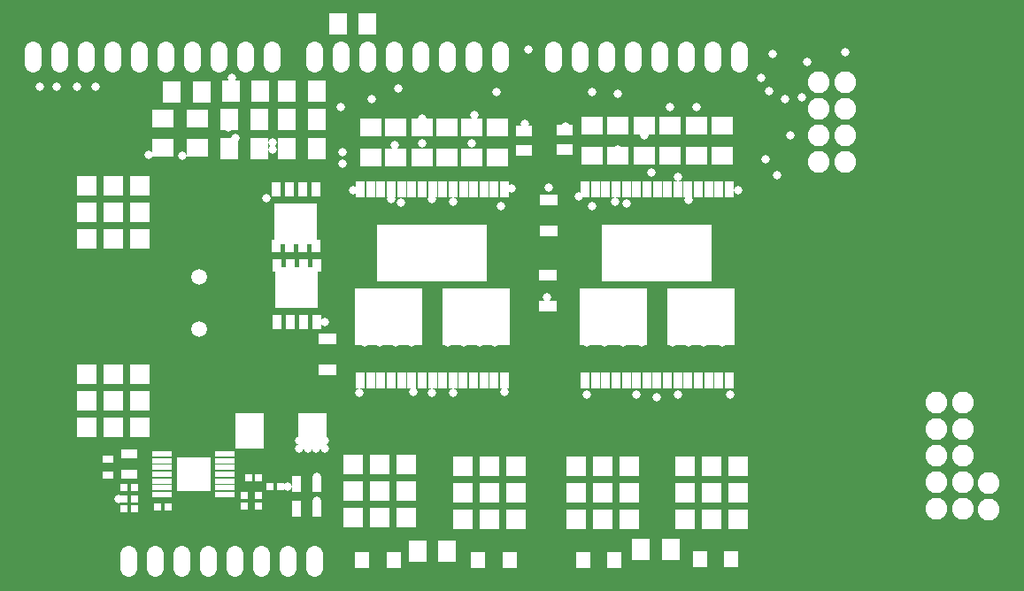
<source format=gbr>
G04 EAGLE Gerber RS-274X export*
G75*
%MOMM*%
%FSLAX34Y34*%
%LPD*%
%INSoldermask Top*%
%IPNEG*%
%AMOC8*
5,1,8,0,0,1.08239X$1,22.5*%
G01*
%ADD10C,1.625600*%
%ADD11R,0.863200X1.543200*%
%ADD12R,10.503200X5.453200*%
%ADD13R,6.433200X5.453200*%
%ADD14R,2.006200X1.803200*%
%ADD15R,1.803200X2.006200*%
%ADD16R,1.803200X1.103200*%
%ADD17R,1.503200X1.003200*%
%ADD18R,0.812800X1.473200*%
%ADD19R,0.812800X1.219200*%
%ADD20R,4.114800X4.013200*%
%ADD21R,1.403200X1.603200*%
%ADD22R,1.982978X1.982978*%
%ADD23C,2.082800*%
%ADD24C,1.508000*%
%ADD25R,1.983200X0.533200*%
%ADD26R,3.203200X3.303200*%
%ADD27R,0.703200X0.803200*%
%ADD28R,0.803200X0.703200*%
%ADD29R,0.903200X1.503200*%
%ADD30R,2.703200X3.453200*%
%ADD31R,1.503200X0.903200*%
%ADD32R,1.103200X0.803200*%
%ADD33C,0.812800*%
%ADD34C,0.803200*%


D10*
X635000Y515112D02*
X635000Y500888D01*
X609600Y500888D02*
X609600Y515112D01*
X584200Y515112D02*
X584200Y500888D01*
X558800Y500888D02*
X558800Y515112D01*
X533400Y515112D02*
X533400Y500888D01*
X508000Y500888D02*
X508000Y515112D01*
X482600Y515112D02*
X482600Y500888D01*
X457200Y500888D02*
X457200Y515112D01*
X863600Y515112D02*
X863600Y500888D01*
X838200Y500888D02*
X838200Y515112D01*
X812800Y515112D02*
X812800Y500888D01*
X787400Y500888D02*
X787400Y515112D01*
X762000Y515112D02*
X762000Y500888D01*
X736600Y500888D02*
X736600Y515112D01*
X711200Y515112D02*
X711200Y500888D01*
X685800Y500888D02*
X685800Y515112D01*
X187960Y515112D02*
X187960Y500888D01*
X213360Y500888D02*
X213360Y515112D01*
X238760Y515112D02*
X238760Y500888D01*
X264160Y500888D02*
X264160Y515112D01*
X289560Y515112D02*
X289560Y500888D01*
X314960Y500888D02*
X314960Y515112D01*
X340360Y515112D02*
X340360Y500888D01*
X365760Y500888D02*
X365760Y515112D01*
X391160Y515112D02*
X391160Y500888D01*
X416560Y500888D02*
X416560Y515112D01*
X279400Y32512D02*
X279400Y18288D01*
X304800Y18288D02*
X304800Y32512D01*
X330200Y32512D02*
X330200Y18288D01*
X355600Y18288D02*
X355600Y32512D01*
X381000Y32512D02*
X381000Y18288D01*
X406400Y18288D02*
X406400Y32512D01*
X431800Y32512D02*
X431800Y18288D01*
X457200Y18288D02*
X457200Y32512D01*
D11*
X570200Y381450D03*
X580050Y381450D03*
X589900Y381450D03*
X599750Y381450D03*
X609600Y381450D03*
X619450Y381450D03*
X629300Y381450D03*
X639150Y381450D03*
X560350Y381450D03*
X550500Y381450D03*
X540650Y381450D03*
X530800Y381450D03*
X520950Y381450D03*
X511100Y381450D03*
X501250Y381450D03*
X570100Y198350D03*
X579950Y198350D03*
X589800Y198350D03*
X599650Y198350D03*
X609500Y198350D03*
X619350Y198350D03*
X629200Y198350D03*
X639050Y198350D03*
X560250Y198350D03*
X550400Y198350D03*
X540550Y198350D03*
X530700Y198350D03*
X520850Y198350D03*
X511000Y198350D03*
X501150Y198350D03*
D12*
X570000Y320500D03*
D13*
X611650Y259500D03*
X528350Y259500D03*
D14*
X608000Y440220D03*
X608000Y411780D03*
X535000Y411780D03*
X535000Y440220D03*
X632000Y411780D03*
X632000Y440220D03*
X511000Y411780D03*
X511000Y440220D03*
X584000Y411780D03*
X584000Y440220D03*
X560000Y411780D03*
X560000Y440220D03*
D15*
X377280Y475000D03*
X405720Y475000D03*
X584220Y35000D03*
X555780Y35000D03*
D16*
X470000Y238000D03*
X470000Y208000D03*
X680500Y299000D03*
X680500Y269000D03*
D17*
X658000Y437000D03*
X658000Y418000D03*
D14*
X345000Y420780D03*
X345000Y449220D03*
D15*
X508220Y539000D03*
X479780Y539000D03*
D18*
X458500Y381270D03*
X445800Y381270D03*
X433100Y381270D03*
X420400Y381270D03*
D19*
X420400Y326660D03*
X433100Y326660D03*
X445800Y326660D03*
X458500Y326660D03*
D20*
X439450Y347742D03*
D21*
X644000Y26000D03*
X614000Y26000D03*
X533000Y26000D03*
X503000Y26000D03*
D11*
X785200Y381450D03*
X795050Y381450D03*
X804900Y381450D03*
X814750Y381450D03*
X824600Y381450D03*
X834450Y381450D03*
X844300Y381450D03*
X854150Y381450D03*
X775350Y381450D03*
X765500Y381450D03*
X755650Y381450D03*
X745800Y381450D03*
X735950Y381450D03*
X726100Y381450D03*
X716250Y381450D03*
X785100Y198350D03*
X794950Y198350D03*
X804800Y198350D03*
X814650Y198350D03*
X824500Y198350D03*
X834350Y198350D03*
X844200Y198350D03*
X854050Y198350D03*
X775250Y198350D03*
X765400Y198350D03*
X755550Y198350D03*
X745700Y198350D03*
X735850Y198350D03*
X726000Y198350D03*
X716150Y198350D03*
D12*
X785000Y320500D03*
D13*
X826650Y259500D03*
X743350Y259500D03*
D14*
X822500Y441720D03*
X822500Y413280D03*
X747500Y413280D03*
X747500Y441720D03*
X847500Y413280D03*
X847500Y441720D03*
X722500Y413280D03*
X722500Y441720D03*
X797500Y413280D03*
X797500Y441720D03*
X772500Y413280D03*
X772500Y441720D03*
D15*
X349220Y474500D03*
X320780Y474500D03*
X798220Y36500D03*
X769780Y36500D03*
D16*
X681500Y341000D03*
X681500Y371000D03*
D17*
X697000Y438000D03*
X697000Y419000D03*
D14*
X312000Y420780D03*
X312000Y449220D03*
D15*
X459220Y475000D03*
X430780Y475000D03*
D18*
X421500Y253730D03*
X434200Y253730D03*
X446900Y253730D03*
X459600Y253730D03*
D19*
X459600Y308340D03*
X446900Y308340D03*
X434200Y308340D03*
X421500Y308340D03*
D20*
X440550Y287258D03*
D21*
X856000Y27000D03*
X826000Y27000D03*
X744500Y26500D03*
X714500Y26500D03*
D22*
X599600Y65600D03*
X625000Y65600D03*
X650400Y65600D03*
X650400Y91000D03*
X625000Y91000D03*
X599600Y91000D03*
X599600Y116400D03*
X625000Y116400D03*
X650400Y116400D03*
X494600Y66600D03*
X520000Y66600D03*
X545400Y66600D03*
X545400Y92000D03*
X520000Y92000D03*
X494600Y92000D03*
X494600Y117400D03*
X520000Y117400D03*
X545400Y117400D03*
X811600Y65600D03*
X837000Y65600D03*
X862400Y65600D03*
X862400Y91000D03*
X837000Y91000D03*
X811600Y91000D03*
X811600Y116400D03*
X837000Y116400D03*
X862400Y116400D03*
X707600Y65600D03*
X733000Y65600D03*
X758400Y65600D03*
X758400Y91000D03*
X733000Y91000D03*
X707600Y91000D03*
X707600Y116400D03*
X733000Y116400D03*
X758400Y116400D03*
X239600Y333600D03*
X265000Y333600D03*
X290400Y333600D03*
X290400Y359000D03*
X265000Y359000D03*
X239600Y359000D03*
X239600Y384400D03*
X265000Y384400D03*
X290400Y384400D03*
X239600Y153600D03*
X265000Y153600D03*
X290400Y153600D03*
X290400Y179000D03*
X265000Y179000D03*
X239600Y179000D03*
X239600Y204400D03*
X265000Y204400D03*
X290400Y204400D03*
D15*
X375780Y448000D03*
X404220Y448000D03*
X375780Y420000D03*
X404220Y420000D03*
X459220Y420000D03*
X430780Y420000D03*
X459220Y448000D03*
X430780Y448000D03*
D23*
X1077500Y75000D03*
X1052100Y75000D03*
X1077500Y100400D03*
X1052100Y100400D03*
X1077500Y125800D03*
X1052100Y125800D03*
X1077500Y151200D03*
X1052100Y151200D03*
X1077500Y176600D03*
X1052100Y176600D03*
X1102500Y100000D03*
X1102500Y74600D03*
X939800Y483100D03*
X965200Y483100D03*
X939800Y457700D03*
X965200Y457700D03*
X939800Y432300D03*
X965200Y432300D03*
X939800Y406900D03*
X965200Y406900D03*
D24*
X347000Y297000D03*
X347000Y247000D03*
D25*
X311838Y128050D03*
X311838Y121550D03*
X311838Y115050D03*
X311838Y108550D03*
X311838Y102050D03*
X311838Y95550D03*
X311838Y89050D03*
X371338Y89050D03*
X371338Y95550D03*
X371338Y102050D03*
X371338Y108550D03*
X371338Y115050D03*
X371338Y121550D03*
X371338Y128050D03*
D26*
X341838Y108550D03*
D27*
X285000Y75000D03*
X275000Y75000D03*
X275000Y96000D03*
X285000Y96000D03*
X285000Y85000D03*
X275000Y85000D03*
X307000Y77000D03*
X317000Y77000D03*
X404000Y105000D03*
X394000Y105000D03*
D28*
X404000Y88000D03*
X404000Y78000D03*
X390000Y78000D03*
X390000Y88000D03*
D29*
X459500Y75000D03*
X440500Y75000D03*
X459500Y99000D03*
X440500Y99000D03*
D27*
X415000Y97000D03*
X425000Y97000D03*
D30*
X395520Y150000D03*
X455520Y150000D03*
D31*
X280000Y108500D03*
X280000Y127500D03*
D32*
X260000Y107500D03*
X260000Y122500D03*
D33*
X460000Y106000D03*
X460000Y83000D03*
X467000Y133000D03*
X459000Y133000D03*
X451000Y133000D03*
X443000Y133000D03*
X451000Y141000D03*
X459000Y141000D03*
X467000Y141000D03*
X443000Y141000D03*
X417000Y419000D03*
X417000Y426000D03*
X681500Y382500D03*
X680000Y277500D03*
X270000Y85000D03*
X335000Y117000D03*
X349000Y117000D03*
X349000Y108000D03*
X335000Y108000D03*
X335000Y98000D03*
X349000Y98000D03*
X195000Y479000D03*
X211000Y479000D03*
X230000Y479000D03*
X248000Y479000D03*
X432000Y97000D03*
X797500Y460000D03*
X482500Y460000D03*
X631500Y474500D03*
X896000Y511000D03*
X965000Y512000D03*
X610000Y452500D03*
X822500Y460000D03*
X924000Y469000D03*
X929000Y503000D03*
X512500Y467500D03*
X907500Y467500D03*
X912500Y432500D03*
X723000Y474000D03*
X537500Y477500D03*
X889000Y410000D03*
X884500Y487458D03*
X747500Y472500D03*
X892500Y475000D03*
X900000Y395000D03*
X570000Y372000D03*
X560000Y425000D03*
X378000Y488000D03*
X585000Y280000D03*
X600000Y280000D03*
X615000Y280000D03*
X630000Y280000D03*
X585000Y265000D03*
X600000Y265000D03*
X615000Y265000D03*
X630000Y265000D03*
X585000Y250000D03*
X600000Y250000D03*
X615000Y250000D03*
X630000Y250000D03*
X585000Y235000D03*
X600000Y235000D03*
X615000Y235000D03*
X630000Y235000D03*
X590000Y186000D03*
X639000Y187000D03*
X646000Y382000D03*
X505000Y280000D03*
X520000Y280000D03*
X535000Y280000D03*
X550000Y280000D03*
X505000Y265000D03*
X520000Y265000D03*
X535000Y265000D03*
X550000Y265000D03*
X505000Y250000D03*
X520000Y250000D03*
X535000Y250000D03*
X550000Y250000D03*
X505000Y235000D03*
X520000Y235000D03*
X535000Y235000D03*
X550000Y235000D03*
X500000Y186000D03*
X552000Y187000D03*
X494000Y380000D03*
X382000Y430000D03*
X534000Y423000D03*
X375000Y440000D03*
X608000Y425000D03*
X540000Y368000D03*
X411000Y373000D03*
X590000Y369000D03*
X331000Y413000D03*
X658500Y444000D03*
X560000Y449000D03*
X780000Y397500D03*
X662000Y515000D03*
X352000Y479000D03*
X747500Y419500D03*
X484000Y417000D03*
X484000Y406000D03*
X815000Y371000D03*
X299000Y414000D03*
X805000Y392500D03*
X467000Y254000D03*
X756000Y367500D03*
D34*
X717500Y280000D03*
X717500Y265000D03*
X717500Y250000D03*
X717500Y235000D03*
X735000Y280000D03*
X735000Y265000D03*
X735000Y250000D03*
X735000Y235000D03*
X752500Y280000D03*
X752500Y265000D03*
X752500Y250000D03*
X752500Y235000D03*
X770000Y280000D03*
X770000Y265000D03*
X770000Y250000D03*
X770000Y235000D03*
D33*
X710000Y374000D03*
X765000Y185000D03*
X717500Y185000D03*
D34*
X800000Y280000D03*
X800000Y265000D03*
X800000Y250000D03*
X800000Y235000D03*
X815000Y250000D03*
X815000Y265000D03*
X815000Y280000D03*
X815000Y235000D03*
X830000Y280000D03*
X830000Y265000D03*
X830000Y235000D03*
X830000Y250000D03*
X847500Y235000D03*
X847500Y250000D03*
X847500Y265000D03*
X847500Y280000D03*
D33*
X862500Y380000D03*
X805000Y185000D03*
X855000Y185000D03*
X697500Y441000D03*
X772500Y432500D03*
X531000Y372000D03*
X745000Y369000D03*
X636000Y365000D03*
X723000Y365000D03*
X525000Y340000D03*
X540000Y340000D03*
X555000Y340000D03*
X570000Y340000D03*
X585000Y340000D03*
X600000Y340000D03*
X615000Y340000D03*
X525000Y325000D03*
X540000Y325000D03*
X555000Y325000D03*
X570000Y325000D03*
X585000Y325000D03*
X600000Y325000D03*
X615000Y325000D03*
X525000Y310000D03*
X540000Y310000D03*
X555000Y310000D03*
X570000Y310000D03*
X585000Y310000D03*
X600000Y310000D03*
X615000Y310000D03*
X570000Y186000D03*
X740000Y340000D03*
X755000Y340000D03*
X770000Y340000D03*
X785000Y340000D03*
X800000Y340000D03*
X815000Y340000D03*
X830000Y340000D03*
X740000Y325000D03*
X755000Y325000D03*
X770000Y325000D03*
X785000Y325000D03*
X800000Y325000D03*
X815000Y325000D03*
X830000Y325000D03*
X740000Y310000D03*
X755000Y310000D03*
X770000Y310000D03*
X785000Y310000D03*
X800000Y310000D03*
X815000Y310000D03*
X830000Y310000D03*
X785000Y182500D03*
M02*

</source>
